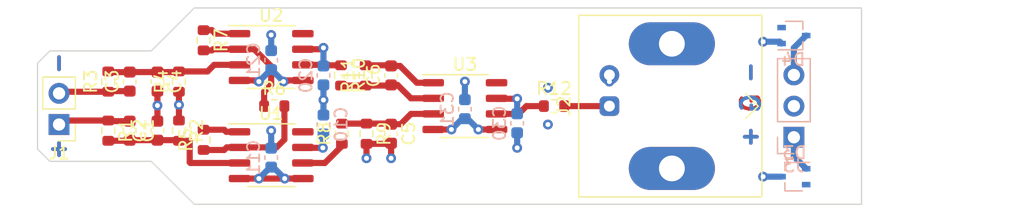
<source format=kicad_pcb>
(kicad_pcb (version 20211014) (generator pcbnew)
  (layers (0 "F.Cu" signal) (1 "In1.Cu" signal) (2 "In2.Cu" signal) (31 "B.Cu" signal) (34 "B.Paste" user) (35 "F.Paste" user) (36 "B.SilkS" user "B.Silkscreen") (37 "F.SilkS" user "F.Silkscreen") (38 "B.Mask" user) (39 "F.Mask" user) (44 "Edge.Cuts" user))
  (net 0 "")
  (net 1 "/IN_POS")
  (net 2 "/ATTEN_POS")
  (net 3 "GND")
  (net 4 "/IN_NEG")
  (net 5 "/ATTEN_NEG")
  (net 6 "VSS")
  (net 7 "VDD")
  (net 9 "/POS")
  (net 10 "/OUT")
  (net 11 "/FB_POS")
  (net 12 "Net-(R5-Pad2)")
  (net 13 "/FB_NEG")
  (net 14 "Net-(R7-Pad1)")
  (net 15 "/BUF_POS")
  (net 16 "/DIFF_POS")
  (net 17 "/BUF_NEG")
  (net 18 "/DIFF_NEG")
  (net 19 "/DIFF")
  (net 23 "/NEG")
  (net 25 "Net-(U3-Pad1)")
  (footprint "$MyFootprints:BNC_Molex_73100-0167_Horizontal" (layer "F.Cu") (at 79.5 50 -90)
    (fp_text reference "J2" (at 0 3.7 90) (layer "F.SilkS"))
    (fp_text value "73100-0167 (BNC)")
    (fp_line (start -7.4 -12.4) (end 7.4 -12.4) (layer "F.SilkS") (width 0.12))
    (fp_line (start 7.4 -12.4) (end 7.4 2.5) (layer "F.SilkS") (width 0.12))
    (fp_line (start 0 -12.1) (end 1 -11.1) (layer "F.SilkS") (width 0.12))
    (fp_line (start -7.4 2.5) (end -7.4 -12.4) (layer "F.SilkS") (width 0.12))
    (fp_line (start 7.4 2.5) (end -7.4 2.5) (layer "F.SilkS") (width 0.12))
    (fp_line (start 0 -12.1) (end -1 -11.1) (layer "F.SilkS") (width 0.12))
    (pad "" thru_hole oval (at 5.08 -5.08 270) (size 3.5 7) (drill 2.1) (layers *.Cu *.Mask))
    (pad "" thru_hole oval (at -5.08 -5.08 270) (size 3.5 7) (drill 2.1) (layers *.Cu *.Mask))
    (pad "1" thru_hole roundrect (at 0 0 270) (size 1.6 1.6) (drill 0.89) (layers *.Cu *.Mask) (net 10 "/OUT"))
    (pad "2" thru_hole circle (at -2.54 0 270) (size 1.6 1.6) (drill 0.89) (layers *.Cu *.Mask) (net 3 "GND"))
  )
  (footprint "Package_SO:SO-8_3.9x4.9mm_P1.27mm" (layer "F.Cu") (at 52 54)
    (fp_text reference "U1" (at 0 -3.4) (layer "F.SilkS"))
    (fp_text value "LTC6228xS8")
    (fp_line (start 0 -2.56) (end 1.95 -2.56) (layer "F.SilkS") (width 0.12))
    (fp_line (start 0 -2.56) (end -3.45 -2.56) (layer "F.SilkS") (width 0.12))
    (fp_line (start 0 2.56) (end -1.95 2.56) (layer "F.SilkS") (width 0.12))
    (fp_line (start 0 2.56) (end 1.95 2.56) (layer "F.SilkS") (width 0.12))
    (pad "1" smd roundrect (at -2.575 -1.905) (size 1.75 0.6) (layers "F.Cu" "F.Paste" "F.Mask") (net 12 "Net-(R5-Pad2)"))
    (pad "2" smd roundrect (at -2.575 -0.635) (size 1.75 0.6) (layers "F.Cu" "F.Paste" "F.Mask") (net 11 "/FB_POS"))
    (pad "3" smd roundrect (at -2.575 0.635) (size 1.75 0.6) (layers "F.Cu" "F.Paste" "F.Mask") (net 2 "/ATTEN_POS"))
    (pad "4" smd roundrect (at -2.575 1.905) (size 1.75 0.6) (layers "F.Cu" "F.Paste" "F.Mask") (net 6 "VSS"))
    (pad "5" smd roundrect (at 2.575 1.905) (size 1.75 0.6) (layers "F.Cu" "F.Paste" "F.Mask") (net 6 "VSS"))
    (pad "6" smd roundrect (at 2.575 0.635) (size 1.75 0.6) (layers "F.Cu" "F.Paste" "F.Mask") (net 15 "/BUF_POS"))
    (pad "7" smd roundrect (at 2.575 -0.635) (size 1.75 0.6) (layers "F.Cu" "F.Paste" "F.Mask") (net 7 "VDD"))
    (pad "8" smd roundrect (at 2.575 -1.905) (size 1.75 0.6) (layers "F.Cu" "F.Paste" "F.Mask"))
  )
  (footprint "Resistor_SMD:R_0603_1608Metric" (layer "F.Cu") (at 38.75 48 90)
    (fp_text reference "R3" (at 0 -1.43 90) (layer "F.SilkS"))
    (fp_text value "215K")
    (fp_line (start -0.237258 -0.5225) (end 0.237258 -0.5225) (layer "F.SilkS") (width 0.12))
    (fp_line (start -0.237258 0.5225) (end 0.237258 0.5225) (layer "F.SilkS") (width 0.12))
    (pad "1" smd roundrect (at -0.825 0 90) (size 0.8 0.95) (layers "F.Cu" "F.Paste" "F.Mask") (net 4 "/IN_NEG"))
    (pad "2" smd roundrect (at 0.825 0 90) (size 0.8 0.95) (layers "F.Cu" "F.Paste" "F.Mask") (net 5 "/ATTEN_NEG"))
  )
  (footprint "Capacitor_SMD:C_0603_1608Metric" (layer "F.Cu") (at 42.75 48 -90)
    (fp_text reference "C4" (at 0 -1.43 90) (layer "F.SilkS"))
    (fp_text value "100pF")
    (fp_line (start -0.14058 0.51) (end 0.14058 0.51) (layer "F.SilkS") (width 0.12))
    (fp_line (start -0.14058 -0.51) (end 0.14058 -0.51) (layer "F.SilkS") (width 0.12))
    (pad "1" smd roundrect (at -0.775 0 270) (size 0.9 0.95) (layers "F.Cu" "F.Paste" "F.Mask") (net 5 "/ATTEN_NEG"))
    (pad "2" smd roundrect (at 0.775 0 270) (size 0.9 0.95) (layers "F.Cu" "F.Paste" "F.Mask") (net 3 "GND"))
  )
  (footprint "Resistor_SMD:R_0603_1608Metric" (layer "F.Cu") (at 46.5 44.635 -90)
    (fp_text reference "R7" (at 0 -1.43 90) (layer "F.SilkS"))
    (fp_text value "500")
    (fp_line (start -0.237258 -0.5225) (end 0.237258 -0.5225) (layer "F.SilkS") (width 0.12))
    (fp_line (start -0.237258 0.5225) (end 0.237258 0.5225) (layer "F.SilkS") (width 0.12))
    (pad "1" smd roundrect (at -0.825 0 270) (size 0.8 0.95) (layers "F.Cu" "F.Paste" "F.Mask") (net 14 "Net-(R7-Pad1)"))
    (pad "2" smd roundrect (at 0.825 0 270) (size 0.8 0.95) (layers "F.Cu" "F.Paste" "F.Mask") (net 13 "/FB_NEG"))
  )
  (footprint "Capacitor_SMD:C_0603_1608Metric" (layer "F.Cu") (at 61.75 47.5 90)
    (fp_text reference "C6" (at 0 -1.43 90) (layer "F.SilkS"))
    (fp_text value "5.6pF")
    (fp_line (start -0.14058 0.51) (end 0.14058 0.51) (layer "F.SilkS") (width 0.12))
    (fp_line (start -0.14058 -0.51) (end 0.14058 -0.51) (layer "F.SilkS") (width 0.12))
    (pad "1" smd roundrect (at -0.775 0 90) (size 0.9 0.95) (layers "F.Cu" "F.Paste" "F.Mask") (net 18 "/DIFF_NEG"))
    (pad "2" smd roundrect (at 0.775 0 90) (size 0.9 0.95) (layers "F.Cu" "F.Paste" "F.Mask") (net 25 "Net-(U3-Pad1)"))
  )
  (footprint "Capacitor_SMD:C_0603_1608Metric" (layer "F.Cu") (at 40.5 52 -90)
    (fp_text reference "C1" (at 0 -1.43 90) (layer "F.SilkS"))
    (fp_text value "5.6pF")
    (fp_line (start -0.14058 -0.51) (end 0.14058 -0.51) (layer "F.SilkS") (width 0.12))
    (fp_line (start -0.14058 0.51) (end 0.14058 0.51) (layer "F.SilkS") (width 0.12))
    (pad "1" smd roundrect (at -0.775 0 270) (size 0.9 0.95) (layers "F.Cu" "F.Paste" "F.Mask") (net 1 "/IN_POS"))
    (pad "2" smd roundrect (at 0.775 0 270) (size 0.9 0.95) (layers "F.Cu" "F.Paste" "F.Mask") (net 2 "/ATTEN_POS"))
  )
  (footprint "Resistor_SMD:R_0603_1608Metric" (layer "F.Cu") (at 44.5 48 90)
    (fp_text reference "R4" (at 0 -1.43 90) (layer "F.SilkS"))
    (fp_text value "11.3K")
    (fp_line (start -0.237258 -0.5225) (end 0.237258 -0.5225) (layer "F.SilkS") (width 0.12))
    (fp_line (start -0.237258 0.5225) (end 0.237258 0.5225) (layer "F.SilkS") (width 0.12))
    (pad "1" smd roundrect (at -0.825 0 90) (size 0.8 0.95) (layers "F.Cu" "F.Paste" "F.Mask") (net 3 "GND"))
    (pad "2" smd roundrect (at 0.825 0 90) (size 0.8 0.95) (layers "F.Cu" "F.Paste" "F.Mask") (net 5 "/ATTEN_NEG"))
  )
  (footprint "Resistor_SMD:R_0603_1608Metric" (layer "F.Cu") (at 44.5 52 -90)
    (fp_text reference "R2" (at 0 -1.43 90) (layer "F.SilkS"))
    (fp_text value "11.3K")
    (fp_line (start -0.237258 0.5225) (end 0.237258 0.5225) (layer "F.SilkS") (width 0.12))
    (fp_line (start -0.237258 -0.5225) (end 0.237258 -0.5225) (layer "F.SilkS") (width 0.12))
    (pad "1" smd roundrect (at -0.825 0 270) (size 0.8 0.95) (layers "F.Cu" "F.Paste" "F.Mask") (net 3 "GND"))
    (pad "2" smd roundrect (at 0.825 0 270) (size 0.8 0.95) (layers "F.Cu" "F.Paste" "F.Mask") (net 2 "/ATTEN_POS"))
  )
  (footprint "Package_SO:SO-8_3.9x4.9mm_P1.27mm" (layer "F.Cu") (at 52 46)
    (fp_text reference "U2" (at 0 -3.4) (layer "F.SilkS"))
    (fp_text value "LTC6228xS8")
    (fp_line (start 0 2.56) (end -1.95 2.56) (layer "F.SilkS") (width 0.12))
    (fp_line (start 0 2.56) (end 1.95 2.56) (layer "F.SilkS") (width 0.12))
    (fp_line (start 0 -2.56) (end 1.95 -2.56) (layer "F.SilkS") (width 0.12))
    (fp_line (start 0 -2.56) (end -3.45 -2.56) (layer "F.SilkS") (width 0.12))
    (pad "1" smd roundrect (at -2.575 -1.905) (size 1.75 0.6) (layers "F.Cu" "F.Paste" "F.Mask") (net 14 "Net-(R7-Pad1)"))
    (pad "2" smd roundrect (at -2.575 -0.635) (size 1.75 0.6) (layers "F.Cu" "F.Paste" "F.Mask") (net 13 "/FB_NEG"))
    (pad "3" smd roundrect (at -2.575 0.635) (size 1.75 0.6) (layers "F.Cu" "F.Paste" "F.Mask") (net 5 "/ATTEN_NEG"))
    (pad "4" smd roundrect (at -2.575 1.905) (size 1.75 0.6) (layers "F.Cu" "F.Paste" "F.Mask") (net 6 "VSS"))
    (pad "5" smd roundrect (at 2.575 1.905) (size 1.75 0.6) (layers "F.Cu" "F.Paste" "F.Mask") (net 6 "VSS"))
    (pad "6" smd roundrect (at 2.575 0.635) (size 1.75 0.6) (layers "F.Cu" "F.Paste" "F.Mask") (net 17 "/BUF_NEG"))
    (pad "7" smd roundrect (at 2.575 -0.635) (size 1.75 0.6) (layers "F.Cu" "F.Paste" "F.Mask") (net 7 "VDD"))
    (pad "8" smd roundrect (at 2.575 -1.905) (size 1.75 0.6) (layers "F.Cu" "F.Paste" "F.Mask"))
  )
  (footprint "Capacitor_SMD:C_0603_1608Metric" (layer "F.Cu") (at 42.75 52 90)
    (fp_text reference "C2" (at 0 -1.43 90) (layer "F.SilkS"))
    (fp_text value "100pF")
    (fp_line (start -0.14058 0.51) (end 0.14058 0.51) (layer "F.SilkS") (width 0.12))
    (fp_line (start -0.14058 -0.51) (end 0.14058 -0.51) (layer "F.SilkS") (width 0.12))
    (pad "1" smd roundrect (at -0.775 0 90) (size 0.9 0.95) (layers "F.Cu" "F.Paste" "F.Mask") (net 2 "/ATTEN_POS"))
    (pad "2" smd roundrect (at 0.775 0 90) (size 0.9 0.95) (layers "F.Cu" "F.Paste" "F.Mask") (net 3 "GND"))
  )
  (footprint "Capacitor_SMD:C_0603_1608Metric" (layer "F.Cu") (at 61.75 52.25 -90)
    (fp_text reference "C5" (at 0 -1.43 90) (layer "F.SilkS"))
    (fp_text value "5.6pF")
    (fp_line (start -0.14058 -0.51) (end 0.14058 -0.51) (layer "F.SilkS") (width 0.12))
    (fp_line (start -0.14058 0.51) (end 0.14058 0.51) (layer "F.SilkS") (width 0.12))
    (pad "1" smd roundrect (at -0.775 0 270) (size 0.9 0.95) (layers "F.Cu" "F.Paste" "F.Mask") (net 16 "/DIFF_POS"))
    (pad "2" smd roundrect (at 0.775 0 270) (size 0.9 0.95) (layers "F.Cu" "F.Paste" "F.Mask") (net 3 "GND"))
  )
  (footprint "Resistor_SMD:R_0603_1608Metric" (layer "F.Cu") (at 59.75 52.25 -90)
    (fp_text reference "R9" (at 0 -1.43 90) (layer "F.SilkS"))
    (fp_text value "500")
    (fp_line (start -0.237258 0.5225) (end 0.237258 0.5225) (layer "F.SilkS") (width 0.12))
    (fp_line (start -0.237258 -0.5225) (end 0.237258 -0.5225) (layer "F.SilkS") (width 0.12))
    (pad "1" smd roundrect (at -0.825 0 270) (size 0.8 0.95) (layers "F.Cu" "F.Paste" "F.Mask") (net 16 "/DIFF_POS"))
    (pad "2" smd roundrect (at 0.825 0 270) (size 0.8 0.95) (layers "F.Cu" "F.Paste" "F.Mask") (net 3 "GND"))
  )
  (footprint "Resistor_SMD:R_0603_1608Metric" (layer "F.Cu") (at 38.75 52 -90)
    (fp_text reference "R1" (at 0 -1.43 90) (layer "F.SilkS"))
    (fp_text value "215K")
    (fp_line (start -0.237258 -0.5225) (end 0.237258 -0.5225) (layer "F.SilkS") (width 0.12))
    (fp_line (start -0.237258 0.5225) (end 0.237258 0.5225) (layer "F.SilkS") (width 0.12))
    (pad "1" smd roundrect (at -0.825 0 270) (size 0.8 0.95) (layers "F.Cu" "F.Paste" "F.Mask") (net 1 "/IN_POS"))
    (pad "2" smd roundrect (at 0.825 0 270) (size 0.8 0.95) (layers "F.Cu" "F.Paste" "F.Mask") (net 2 "/ATTEN_POS"))
  )
  (footprint "Resistor_SMD:R_0603_1608Metric" (layer "F.Cu") (at 59.675 47.5 90)
    (fp_text reference "R11" (at 0 -1.43 90) (layer "F.SilkS"))
    (fp_text value "500")
    (fp_line (start -0.237258 0.5225) (end 0.237258 0.5225) (layer "F.SilkS") (width 0.12))
    (fp_line (start -0.237258 -0.5225) (end 0.237258 -0.5225) (layer "F.SilkS") (width 0.12))
    (pad "1" smd roundrect (at -0.825 0 90) (size 0.8 0.95) (layers "F.Cu" "F.Paste" "F.Mask") (net 18 "/DIFF_NEG"))
    (pad "2" smd roundrect (at 0.825 0 90) (size 0.8 0.95) (layers "F.Cu" "F.Paste" "F.Mask") (net 25 "Net-(U3-Pad1)"))
  )
  (footprint "Connector_PinHeader_2.54mm:PinHeader_1x02_P2.54mm_Vertical" (layer "F.Cu") (at 34.75 51.5 180)
    (fp_text reference "J1" (at 0 -2.33) (layer "F.SilkS"))
    (fp_text value "Conn_01x02")
    (fp_line (start -1.33 1.27) (end -1.33 3.87) (layer "F.SilkS") (width 0.12))
    (fp_line (start -1.33 1.27) (end 1.33 1.27) (layer "F.SilkS") (width 0.12))
    (fp_line (start -1.33 -1.33) (end 0 -1.33) (layer "F.SilkS") (width 0.12))
    (fp_line (start -1.33 0) (end -1.33 -1.33) (layer "F.SilkS") (width 0.12))
    (fp_line (start -1.33 3.87) (end 1.33 3.87) (layer "F.SilkS") (width 0.12))
    (fp_line (start 1.33 1.27) (end 1.33 3.87) (layer "F.SilkS") (width 0.12))
    (pad "1" thru_hole rect (at 0 0 180) (size 1.7 1.7) (drill 1) (layers *.Cu *.Mask) (net 1 "/IN_POS"))
    (pad "2" thru_hole oval (at 0 2.54 180) (size 1.7 1.7) (drill 1) (layers *.Cu *.Mask) (net 4 "/IN_NEG"))
  )
  (footprint "Resistor_SMD:R_0603_1608Metric" (layer "F.Cu") (at 57.75 52.25 90)
    (fp_text reference "R8" (at 0 -1.43 90) (layer "F.SilkS"))
    (fp_text value "500")
    (fp_line (start -0.237258 -0.5225) (end 0.237258 -0.5225) (layer "F.SilkS") (width 0.12))
    (fp_line (start -0.237258 0.5225) (end 0.237258 0.5225) (layer "F.SilkS") (width 0.12))
    (pad "1" smd roundrect (at -0.825 0 90) (size 0.8 0.95) (layers "F.Cu" "F.Paste" "F.Mask") (net 15 "/BUF_POS"))
    (pad "2" smd roundrect (at 0.825 0 90) (size 0.8 0.95) (layers "F.Cu" "F.Paste" "F.Mask") (net 16 "/DIFF_POS"))
  )
  (footprint "Resistor_SMD:R_0603_1608Metric" (layer "F.Cu") (at 75 50)
    (fp_text reference "R12" (at 0 -1.43) (layer "F.SilkS"))
    (fp_text value "50")
    (fp_line (start -0.237258 0.5225) (end 0.237258 0.5225) (layer "F.SilkS") (width 0.12))
    (fp_line (start -0.237258 -0.5225) (end 0.237258 -0.5225) (layer "F.SilkS") (width 0.12))
    (pad "1" smd roundrect (at -0.825 0) (size 0.8 0.95) (layers "F.Cu" "F.Paste" "F.Mask") (net 19 "/DIFF"))
    (pad "2" smd roundrect (at 0.825 0) (size 0.8 0.95) (layers "F.Cu" "F.Paste" "F.Mask") (net 10 "/OUT"))
  )
  (footprint "Capacitor_SMD:C_0603_1608Metric" (layer "F.Cu") (at 40.5 48 90)
    (fp_text reference "C3" (at 0 -1.43 90) (layer "F.SilkS"))
    (fp_text value "5.6pF")
    (fp_line (start -0.14058 0.51) (end 0.14058 0.51) (layer "F.SilkS") (width 0.12))
    (fp_line (start -0.14058 -0.51) (end 0.14058 -0.51) (layer "F.SilkS") (width 0.12))
    (pad "1" smd roundrect (at -0.775 0 90) (size 0.9 0.95) (layers "F.Cu" "F.Paste" "F.Mask") (net 4 "/IN_NEG"))
    (pad "2" smd roundrect (at 0.775 0 90) (size 0.9 0.95) (layers "F.Cu" "F.Paste" "F.Mask") (net 5 "/ATTEN_NEG"))
  )
  (footprint "Resistor_SMD:R_0603_1608Metric" (layer "F.Cu") (at 52.25 50)
    (fp_text reference "R6" (at 0 -1.43) (layer "F.SilkS"))
    (fp_text value "1K")
    (fp_line (start -0.237258 -0.5225) (end 0.237258 -0.5225) (layer "F.SilkS") (width 0.12))
    (fp_line (start -0.237258 0.5225) (end 0.237258 0.5225) (layer "F.SilkS") (width 0.12))
    (pad "1" smd roundrect (at -0.825 0) (size 0.8 0.95) (layers "F.Cu" "F.Paste" "F.Mask") (net 13 "/FB_NEG"))
    (pad "2" smd roundrect (at 0.825 0) (size 0.8 0.95) (layers "F.Cu" "F.Paste" "F.Mask") (net 11 "/FB_POS"))
  )
  (footprint "Resistor_SMD:R_0603_1608Metric" (layer "F.Cu") (at 57.675 47.5 -90)
    (fp_text reference "R10" (at 0 -1.43 90) (layer "F.SilkS"))
    (fp_text value "500")
    (fp_line (start -0.237258 0.5225) (end 0.237258 0.5225) (layer "F.SilkS") (width 0.12))
    (fp_line (start -0.237258 -0.5225) (end 0.237258 -0.5225) (layer "F.SilkS") (width 0.12))
    (pad "1" smd roundrect (at -0.825 0 270) (size 0.8 0.95) (layers "F.Cu" "F.Paste" "F.Mask") (net 17 "/BUF_NEG"))
    (pad "2" smd roundrect (at 0.825 0 270) (size 0.8 0.95) (layers "F.Cu" "F.Paste" "F.Mask") (net 18 "/DIFF_NEG"))
  )
  (footprint "Resistor_SMD:R_0603_1608Metric" (layer "F.Cu") (at 46.5 52.75 90)
    (fp_text reference "R5" (at 0 -1.43 90) (layer "F.SilkS"))
    (fp_text value "500")
    (fp_line (start -0.237258 -0.5225) (end 0.237258 -0.5225) (layer "F.SilkS") (width 0.12))
    (fp_line (start -0.237258 0.5225) (end 0.237258 0.5225) (layer "F.SilkS") (width 0.12))
    (pad "1" smd roundrect (at -0.825 0 90) (size 0.8 0.95) (layers "F.Cu" "F.Paste" "F.Mask") (net 11 "/FB_POS"))
    (pad "2" smd roundrect (at 0.825 0 90) (size 0.8 0.95) (layers "F.Cu" "F.Paste" "F.Mask") (net 12 "Net-(R5-Pad2)"))
  )
  (footprint "Package_SO:SO-8_3.9x4.9mm_P1.27mm" (layer "F.Cu") (at 67.75 50)
    (fp_text reference "U3" (at 0 -3.4) (layer "F.SilkS"))
    (fp_text value "LTC6228xS8")
    (fp_line (start 0 2.56) (end -1.95 2.56) (layer "F.SilkS") (width 0.12))
    (fp_line (start 0 -2.56) (end -3.45 -2.56) (layer "F.SilkS") (width 0.12))
    (fp_line (start 0 -2.56) (end 1.95 -2.56) (layer "F.SilkS") (width 0.12))
    (fp_line (start 0 2.56) (end 1.95 2.56) (layer "F.SilkS") (width 0.12))
    (pad "1" smd roundrect (at -2.575 -1.905) (size 1.75 0.6) (layers "F.Cu" "F.Paste" "F.Mask") (net 25 "Net-(U3-Pad1)"))
    (pad "2" smd roundrect (at -2.575 -0.635) (size 1.75 0.6) (layers "F.Cu" "F.Paste" "F.Mask") (net 18 "/DIFF_NEG"))
    (pad "3" smd roundrect (at -2.575 0.635) (size 1.75 0.6) (layers "F.Cu" "F.Paste" "F.Mask") (net 16 "/DIFF_POS"))
    (pad "4" smd roundrect (at -2.575 1.905) (size 1.75 0.6) (layers "F.Cu" "F.Paste" "F.Mask") (net 6 "VSS"))
    (pad "5" smd roundrect (at 2.575 1.905) (size 1.75 0.6) (layers "F.Cu" "F.Paste" "F.Mask") (net 6 "VSS"))
    (pad "6" smd roundrect (at 2.575 0.635) (size 1.75 0.6) (layers "F.Cu" "F.Paste" "F.Mask") (net 19 "/DIFF"))
    (pad "7" smd roundrect (at 2.575 -0.635) (size 1.75 0.6) (layers "F.Cu" "F.Paste" "F.Mask") (net 7 "VDD"))
    (pad "8" smd roundrect (at 2.575 -1.905) (size 1.75 0.6) (layers "F.Cu" "F.Paste" "F.Mask"))
  )
  (footprint "Package_TO_SOT_SMD:SOT-323_SC-70" (layer "B.Cu") (at 94.5 44.25)
    (fp_text reference "D4" (at -0.05 1.95) (layer "B.SilkS") (effects (justify mirror)))
    (fp_text value "BAT54W")
    (fp_line (start 0.73 1.16) (end 0.73 0.5) (layer "B.SilkS") (width 0.12))
    (fp_line (start 0.73 -0.5) (end 0.73 -1.16) (layer "B.SilkS") (width 0.12))
    (fp_line (start 0.73 1.16) (end -1.3 1.16) (layer "B.SilkS") (width 0.12))
    (fp_line (start -0.68 -1.16) (end 0.73 -1.16) (layer "B.SilkS") (width 0.12))
    (pad "1" smd rect (at -1 0.65 90) (size 0.45 0.7) (layers "B.Cu" "B.Paste" "B.Mask") (net 6 "VSS"))
    (pad "2" smd rect (at -1 -0.65 90) (size 0.45 0.7) (layers "B.Cu" "B.Paste" "B.Mask"))
    (pad "3" smd rect (at 1 0 90) (size 0.45 0.7) (layers "B.Cu" "B.Paste" "B.Mask") (net 23 "/NEG"))
  )
  (footprint "Capacitor_SMD:C_0603_1608Metric" (layer "B.Cu") (at 52 46.25 -90)
    (fp_text reference "C21" (at 0 1.43 90) (layer "B.SilkS") (effects (justify mirror)))
    (fp_text value "1uF")
    (fp_line (start -0.14058 0.51) (end 0.14058 0.51) (layer "B.SilkS") (width 0.12))
    (fp_line (start -0.14058 -0.51) (end 0.14058 -0.51) (layer "B.SilkS") (width 0.12))
    (pad "1" smd roundrect (at -0.775 0 270) (size 0.9 0.95) (layers "B.Cu" "B.Paste" "B.Mask") (net 3 "GND"))
    (pad "2" smd roundrect (at 0.775 0 270) (size 0.9 0.95) (layers "B.Cu" "B.Paste" "B.Mask") (net 6 "VSS"))
  )
  (footprint "Package_TO_SOT_SMD:SOT-323_SC-70" (layer "B.Cu") (at 94.5 55.75 180)
    (fp_text reference "D3" (at -0.05 1.95) (layer "B.SilkS") (effects (justify mirror)))
    (fp_text value "BAT54W")
    (fp_line (start -0.68 -1.16) (end 0.73 -1.16) (layer "B.SilkS") (width 0.12))
    (fp_line (start 0.73 1.16) (end 0.73 0.5) (layer "B.SilkS") (width 0.12))
    (fp_line (start 0.73 1.16) (end -1.3 1.16) (layer "B.SilkS") (width 0.12))
    (fp_line (start 0.73 -0.5) (end 0.73 -1.16) (layer "B.SilkS") (width 0.12))
    (pad "1" smd rect (at -1 0.65 270) (size 0.45 0.7) (layers "B.Cu" "B.Paste" "B.Mask") (net 9 "/POS"))
    (pad "2" smd rect (at -1 -0.65 270) (size 0.45 0.7) (layers "B.Cu" "B.Paste" "B.Mask"))
    (pad "3" smd rect (at 1 0 270) (size 0.45 0.7) (layers "B.Cu" "B.Paste" "B.Mask") (net 7 "VDD"))
  )
  (footprint "Connector_PinHeader_2.54mm:PinHeader_1x03_P2.54mm_Vertical" (layer "B.Cu") (at 94.5 52.54)
    (fp_text reference "J3" (at 0 2.33) (layer "B.SilkS") (effects (justify mirror)))
    (fp_text value "Conn_01x03")
    (fp_line (start -1.33 -1.27) (end -1.33 -6.41) (layer "B.SilkS") (width 0.12))
    (fp_line (start -1.33 1.33) (end 0 1.33) (layer "B.SilkS") (width 0.12))
    (fp_line (start 1.33 -1.27) (end 1.33 -6.41) (layer "B.SilkS") (width 0.12))
    (fp_line (start -1.33 -6.41) (end 1.33 -6.41) (layer "B.SilkS") (width 0.12))
    (fp_line (start -1.33 -1.27) (end 1.33 -1.27) (layer "B.SilkS") (width 0.12))
    (fp_line (start -1.33 0) (end -1.33 1.33) (layer "B.SilkS") (width 0.12))
    (pad "1" thru_hole rect (at 0 0) (size 1.7 1.7) (drill 1) (layers *.Cu *.Mask) (net 9 "/POS"))
    (pad "2" thru_hole oval (at 0 -2.54 315) (size 1.7 1.7) (drill 1) (layers *.Cu *.Mask) (net 3 "GND"))
    (pad "3" thru_hole oval (at 0 -5.08) (size 1.7 1.7) (drill 1) (layers *.Cu *.Mask) (net 23 "/NEG"))
  )
  (footprint "Capacitor_SMD:C_0603_1608Metric" (layer "B.Cu") (at 56.25 51.5 90)
    (fp_text reference "C10" (at 0 1.43 90) (layer "B.SilkS") (effects (justify mirror)))
    (fp_text value "1uF")
    (fp_line (start -0.14058 0.51) (end 0.14058 0.51) (layer "B.SilkS") (width 0.12))
    (fp_line (start -0.14058 -0.51) (end 0.14058 -0.51) (layer "B.SilkS") (width 0.12))
    (pad "1" smd roundrect (at -0.775 0 90) (size 0.9 0.95) (layers "B.Cu" "B.Paste" "B.Mask") (net 7 "VDD"))
    (pad "2" smd roundrect (at 0.775 0 90) (size 0.9 0.95) (layers "B.Cu" "B.Paste" "B.Mask") (net 3 "GND"))
  )
  (footprint "Capacitor_SMD:C_0603_1608Metric" (layer "B.Cu") (at 52 54.2 -90)
    (fp_text reference "C11" (at 0 1.43 90) (layer "B.SilkS") (effects (justify mirror)))
    (fp_text value "1uF")
    (fp_line (start -0.14058 -0.51) (end 0.14058 -0.51) (layer "B.SilkS") (width 0.12))
    (fp_line (start -0.14058 0.51) (end 0.14058 0.51) (layer "B.SilkS") (width 0.12))
    (pad "1" smd roundrect (at -0.775 0 270) (size 0.9 0.95) (layers "B.Cu" "B.Paste" "B.Mask") (net 3 "GND"))
    (pad "2" smd roundrect (at 0.775 0 270) (size 0.9 0.95) (layers "B.Cu" "B.Paste" "B.Mask") (net 6 "VSS"))
  )
  (footprint "Capacitor_SMD:C_0603_1608Metric" (layer "B.Cu") (at 72 51.4 -90)
    (fp_text reference "C30" (at 0 1.43 90) (layer "B.SilkS") (effects (justify mirror)))
    (fp_text value "1uF")
    (fp_line (start -0.14058 0.51) (end 0.14058 0.51) (layer "B.SilkS") (width 0.12))
    (fp_line (start -0.14058 -0.51) (end 0.14058 -0.51) (layer "B.SilkS") (width 0.12))
    (pad "1" smd roundrect (at -0.775 0 270) (size 0.9 0.95) (layers "B.Cu" "B.Paste" "B.Mask") (net 7 "VDD"))
    (pad "2" smd roundrect (at 0.775 0 270) (size 0.9 0.95) (layers "B.Cu" "B.Paste" "B.Mask") (net 3 "GND"))
  )
  (footprint "Capacitor_SMD:C_0603_1608Metric" (layer "B.Cu") (at 67.75 50.25 -90)
    (fp_text reference "C31" (at 0 1.43 90) (layer "B.SilkS") (effects (justify mirror)))
    (fp_text value "1uF")
    (fp_line (start -0.14058 0.51) (end 0.14058 0.51) (layer "B.SilkS") (width 0.12))
    (fp_line (start -0.14058 -0.51) (end 0.14058 -0.51) (layer "B.SilkS") (width 0.12))
    (pad "1" smd roundrect (at -0.775 0 270) (size 0.9 0.95) (layers "B.Cu" "B.Paste" "B.Mask") (net 3 "GND"))
    (pad "2" smd roundrect (at 0.775 0 270) (size 0.9 0.95) (layers "B.Cu" "B.Paste" "B.Mask") (net 6 "VSS"))
  )
  (footprint "Capacitor_SMD:C_0603_1608Metric" (layer "B.Cu") (at 56.25 47.5 -90)
    (fp_text reference "C20" (at 0 1.43 90) (layer "B.SilkS") (effects (justify mirror)))
    (fp_text value "1uF")
    (fp_line (start -0.14058 0.51) (end 0.14058 0.51) (layer "B.SilkS") (width 0.12))
    (fp_line (start -0.14058 -0.51) (end 0.14058 -0.51) (layer "B.SilkS") (width 0.12))
    (pad "1" smd roundrect (at -0.775 0 270) (size 0.9 0.95) (layers "B.Cu" "B.Paste" "B.Mask") (net 7 "VDD"))
    (pad "2" smd roundrect (at 0.775 0 270) (size 0.9 0.95) (layers "B.Cu" "B.Paste" "B.Mask") (net 3 "GND"))
  )
  (gr_line (start 35.25 53.5) (end 34.25 53.5) (layer "F.Cu") (width 0.3))
  (gr_line (start 91.5 52.5) (end 90.5 52.5) (layer "F.Cu") (width 0.3))
  (gr_line (start 91 46.75) (end 91 47.75) (layer "F.Cu") (width 0.3))
  (gr_line (start 34.75 53) (end 34.75 54) (layer "F.Cu") (width 0.3))
  (gr_line (start 34.75 46) (end 34.75 47) (layer "F.Cu") (width 0.3))
  (gr_line (start 91 52) (end 91 53) (layer "F.Cu") (width 0.3))
  (gr_line (start 34.75 46) (end 34.75 47) (layer "B.Cu") (width 0.3))
  (gr_line (start 91 52) (end 91 53) (layer "B.Cu") (width 0.3))
  (gr_line (start 91.5 52.5) (end 90.5 52.5) (layer "B.Cu") (width 0.3))
  (gr_line (start 35.25 53.5) (end 34.25 53.5) (layer "B.Cu") (width 0.3))
  (gr_line (start 91 46.75) (end 91 47.75) (layer "B.Cu") (width 0.3))
  (gr_line (start 34.75 53) (end 34.75 54) (layer "B.Cu") (width 0.3))
  (gr_poly locked (pts (xy 100 58) (xy 45.75 58) (xy 42.25 54.5) (xy 34 54.5) (xy 33 53.5) (xy 33 46.5) (xy 34 45.5) (xy 42.25 45.5) (xy 45.75 42) (xy 100 42)) (layer "Edge.Cuts") (width 0.1) (fill none))
  (gr_text "G" (at 91 49.75 90) (layer "F.Cu") (effects (font (size 1.5 1.5) (thickness 0.3))))
  (gr_text "G" (at 91 49.75 90) (layer "B.Cu") (effects (font (size 1.5 1.5) (thickness 0.3)) (justify mirror)))
  (segment (start 38.75 51.175) (end 35.05 51.175) (width 0.5) (layer "F.Cu") (net 1))
  (segment (start 38.8 51.225) (end 38.75 51.175) (width 0.5) (layer "F.Cu") (net 1))
  (segment (start 40.5 51.225) (end 38.8 51.225) (width 0.5) (layer "F.Cu") (net 1))
  (segment (start 35.05 51.175) (end 34.725 51.5) (width 0.5) (layer "F.Cu") (net 1))
  (segment (start 44.45 52.775) (end 44.5 52.825) (width 0.5) (layer "F.Cu") (net 2))
  (segment (start 45.435 54.635) (end 49.425 54.635) (width 0.5) (layer "F.Cu") (net 2))
  (segment (start 40.5 52.775) (end 44.45 52.775) (width 0.5) (layer "F.Cu") (net 2))
  (segment (start 44.5 52.825) (end 45.375 52.825) (width 0.5) (layer "F.Cu") (net 2))
  (segment (start 45.375 54.575) (end 45.435 54.635) (width 0.5) (layer "F.Cu") (net 2))
  (segment (start 40.45 52.825) (end 40.5 52.775) (width 0.5) (layer "F.Cu") (net 2))
  (segment (start 45.375 52.825) (end 45.375 54.575) (width 0.5) (layer "F.Cu") (net 2))
  (segment (start 38.75 52.825) (end 40.45 52.825) (width 0.5) (layer "F.Cu") (net 2))
  (segment (start 61.75 53.025) (end 61.75 54.25) (width 0.5) (layer "F.Cu") (net 3))
  (segment (start 44.5 48.825) (end 44.5 49.9) (width 0.5) (layer "F.Cu") (net 3))
  (segment (start 61.7 53.075) (end 61.75 53.025) (width 0.5) (layer "F.Cu") (net 3))
  (segment (start 59.675 53.075) (end 61.7 53.075) (width 0.5) (layer "F.Cu") (net 3))
  (segment (start 42.75 48.775) (end 42.75 49.95) (width 0.5) (layer "F.Cu") (net 3))
  (segment (start 44.45 48.775) (end 44.5 48.825) (width 0.5) (layer "F.Cu") (net 3))
  (segment (start 59.75 53.075) (end 59.75 54.25) (width 0.5) (layer "F.Cu") (net 3))
  (segment (start 42.75 51.225) (end 42.75 50.05) (width 0.5) (layer "F.Cu") (net 3))
  (segment (start 44.5 51.175) (end 44.5 50.1) (width 0.5) (layer "F.Cu") (net 3))
  (via (at 72 53.4) (size 0.8) (drill 0.4) (layers "F.Cu" "B.Cu") (net 3))
  (via (at 42.75 49.95) (size 0.8) (drill 0.4) (layers "F.Cu" "B.Cu") (net 3))
  (via (at 79.5 48) (size 0.8) (drill 0.4) (layers "F.Cu" "B.Cu") (net 3))
  (via (at 52 52) (size 0.8) (drill 0.4) (layers "F.Cu" "B.Cu") (net 3))
  (via (at 56.25 49.5) (size 0.8) (drill 0.4) (layers "F.Cu" "B.Cu") (net 3))
  (via (at 74.5 48.5) (size 0.8) (drill 0.4) (layers "F.Cu" "B.Cu") (net 3))
  (via (at 59.75 54.25) (size 0.8) (drill 0.4) (layers "F.Cu" "B.Cu") (net 3))
  (via (at 61.75 54.25) (size 0.8) (drill 0.4) (layers "F.Cu" "B.Cu") (net 3))
  (via (at 67.75 48) (size 0.8) (drill 0.4) (layers "F.Cu" "B.Cu") (net 3))
  (via (at 52 44.2) (size 0.8) (drill 0.4) (layers "F.Cu" "B.Cu") (net 3))
  (via (at 44.5 49.9) (size 0.8) (drill 0.4) (layers "F.Cu" "B.Cu") (net 3))
  (via (at 74.5 51.5) (size 0.8) (drill 0.4) (layers "F.Cu" "B.Cu") (net 3))
  (segment (start 72 52.175) (end 72 53.4) (width 0.5) (layer "B.Cu") (net 3))
  (segment (start 52 53.425) (end 52 52) (width 0.5) (layer "B.Cu") (net 3))
  (segment (start 52 45.475) (end 52 44.2) (width 0.5) (layer "B.Cu") (net 3))
  (segment (start 67.75 49) (end 67.75 48) (width 0.5) (layer "B.Cu") (net 3))
  (segment (start 56.25 50.725) (end 56.25 49.5) (width 0.5) (layer "B.Cu") (net 3))
  (segment (start 56.25 48.275) (end 56.25 49.5) (width 0.5) (layer "B.Cu") (net 3))
  (segment (start 34.855 48.83) (end 34.725 48.96) (width 0.5) (layer "F.Cu") (net 4))
  (segment (start 38.755 48.78) (end 38.705 48.83) (width 0.5) (layer "F.Cu") (net 4))
  (segment (start 38.705 48.83) (end 34.855 48.83) (width 0.5) (layer "F.Cu") (net 4))
  (segment (start 40.455 48.78) (end 38.755 48.78) (width 0.5) (layer "F.Cu") (net 4))
  (segment (start 47.365 46.635) (end 49.425 46.635) (width 0.5) (layer "F.Cu") (net 5))
  (segment (start 38.755 47.23) (end 38.705 47.18) (width 0.5) (layer "F.Cu") (net 5))
  (segment (start 44.45 47.225) (end 44.5 47.175) (width 0.5) (layer "F.Cu") (net 5))
  (segment (start 40.5 47.225) (end 44.45 47.225) (width 0.5) (layer "F.Cu") (net 5))
  (segment (start 40.455 47.23) (end 38.755 47.23) (width 0.5) (layer "F.Cu") (net 5))
  (segment (start 40.455 47.23) (end 40.705 47.23) (width 0.5) (layer "F.Cu") (net 5))
  (segment (start 44.5 47.175) (end 46.825 47.175) (width 0.5) (layer "F.Cu") (net 5))
  (segment (start 46.825 47.175) (end 47.365 46.635) (width 0.5) (layer "F.Cu") (net 5))
  (segment (start 49.425 55.905) (end 51 55.905) (width 0.5) (layer "F.Cu") (net 6))
  (segment (start 65.175 51.905) (end 66.655 51.905) (width 0.5) (layer "F.Cu") (net 6))
  (segment (start 66.655 51.905) (end 66.75 52) (width 0.5) (layer "F.Cu") (net 6))
  (segment (start 51 55.905) (end 53.095 55.905) (width 0.5) (layer "F.Cu") (net 6))
  (segment (start 68.845 51.905) (end 68.75 52) (width 0.5) (layer "F.Cu") (net 6))
  (segment (start 53.095 55.905) (end 54.575 55.905) (width 0.5) (layer "F.Cu") (net 6))
  (segment (start 70.325 51.905) (end 68.845 51.905) (width 0.5) (layer "F.Cu") (net 6))
  (segment (start 50.75 48) (end 50.655 47.905) (width 0.5) (layer "F.Cu") (net 6))
  (segment (start 54.575 47.905) (end 53.345 47.905) (width 0.5) (layer "F.Cu") (net 6))
  (segment (start 53.345 47.905) (end 53.25 48) (width 0.5) (layer "F.Cu") (net 6))
  (segment (start 50.655 47.905) (end 49.425 47.905) (width 0.5) (layer "F.Cu") (net 6))
  (via (at 51 55.905) (size 0.8) (drill 0.4) (layers "F.Cu" "B.Cu") (net 6))
  (via (at 53 48) (size 0.8) (drill 0.4) (layers "F.Cu" "B.Cu") (net 6))
  (via (at 92 44.75) (size 0.8) (drill 0.4) (layers "F.Cu" "B.Cu") (net 6))
  (via (at 51 48) (size 0.8) (drill 0.4) (layers "F.Cu" "B.Cu") (net 6))
  (via (at 68.845 51.905) (size 0.8) (drill 0.4) (layers "F.Cu" "B.Cu") (net 6))
  (via (at 53.095 55.905) (size 0.8) (drill 0.4) (layers "F.Cu" "B.Cu") (net 6))
  (via (at 66.655 51.905) (size 0.8) (drill 0.4) (layers "F.Cu" "B.Cu") (net 6))
  (segment (start 52 54.975) (end 52.165 54.975) (width 0.5) (layer "B.Cu") (net 6))
  (segment (start 52.025 47.025) (end 53 48) (width 0.5) (layer "B.Cu") (net 6))
  (segment (start 51.975 47.025) (end 51 48) (width 0.5) (layer "B.Cu") (net 6))
  (segment (start 67.75 51.025) (end 67.535 51.025) (width 0.5) (layer "B.Cu") (net 6))
  (segment (start 67.535 51.025) (end 66.655 51.905) (width 0.5) (layer "B.Cu") (net 6))
  (segment (start 92 44.75) (end 93.35 44.75) (width 0.5) (layer "B.Cu") (net 6))
  (segment (start 52 47.025) (end 51.975 47.025) (width 0.5) (layer "B.Cu") (net 6))
  (segment (start 67.965 51.025) (end 68.845 51.905) (width 0.5) (layer "B.Cu") (net 6))
  (segment (start 93.35 44.75) (end 93.5 44.9) (width 0.5) (layer "B.Cu") (net 6))
  (segment (start 67.75 51.025) (end 67.965 51.025) (width 0.5) (layer "B.Cu") (net 6))
  (segment (start 52.165 54.975) (end 53.095 55.905) (width 0.5) (layer "B.Cu") (net 6))
  (segment (start 51.93 54.975) (end 51 55.905) (width 0.5) (layer "B.Cu") (net 6))
  (segment (start 52 54.975) (end 51.93 54.975) (width 0.5) (layer "B.Cu") (net 6))
  (segment (start 52 47.025) (end 52.025 47.025) (width 0.5) (layer "B.Cu") (net 6))
  (segment (start 72 49.4) (end 70.36 49.4) (width 0.5) (layer "F.Cu") (net 7))
  (segment (start 56.2 53.4) (end 54.61 53.4) (width 0.5) (layer "F.Cu") (net 7))
  (segment (start 70.36 49.4) (end 70.325 49.365) (width 0.5) (layer "F.Cu") (net 7))
  (segment (start 56.25 45.4) (end 56.215 45.365) (width 0.5) (layer "F.Cu") (net 7))
  (segment (start 56.135 45.365) (end 56.25 45.25) (width 0.5) (layer "F.Cu") (net 7))
  (segment (start 54.575 45.365) (end 56.135 45.365) (width 0.5) (layer "F.Cu") (net 7))
  (segment (start 54.61 53.4) (end 54.575 53.365) (width 0.5) (layer "F.Cu") (net 7))
  (via (at 92 55.75) (size 0.8) (drill 0.4) (layers "F.Cu" "B.Cu") (net 7))
  (via (at 56.2 53.4) (size 0.8) (drill 0.4) (layers "F.Cu" "B.Cu") (net 7))
  (via (at 72 49.4) (size 0.8) (drill 0.4) (layers "F.Cu" "B.Cu") (net 7))
  (via (at 56.25 45.25) (size 0.8) (drill 0.4) (layers "F.Cu" "B.Cu") (net 7))
  (segment (start 56.2 52.175) (end 56.2 53.4) (width 0.5) (layer "B.Cu") (net 7))
  (segment (start 93.5 55.75) (end 92 55.75) (width 0.5) (layer "B.Cu") (net 7))
  (segment (start 56.2 45.45) (end 56.25 45.4) (width 0.5) (layer "B.Cu") (net 7))
  (segment (start 56.25 46.725) (end 56.25 45.25) (width 0.5) (layer "B.Cu") (net 7))
  (segment (start 72 50.625) (end 72 49.4) (width 0.5) (layer "B.Cu") (net 7))
  (segment (start 94.5 52.54) (end 94.5 54.1) (width 0.5) (layer "B.Cu") (net 9))
  (segment (start 94.5 54.1) (end 95.5 55.1) (width 0.5) (layer "B.Cu") (net 9))
  (segment (start 75.825 50) (end 79.5 50) (width 0.5) (layer "F.Cu") (net 10))
  (segment (start 48.175 53.575) (end 46.5 53.575) (width 0.5) (layer "F.Cu") (net 11))
  (segment (start 48.385 53.365) (end 48.175 53.575) (width 0.5) (layer "F.Cu") (net 11))
  (segment (start 52.435 53.365) (end 53.075 52.725) (width 0.5) (layer "F.Cu") (net 11))
  (segment (start 49.425 53.365) (end 48.385 53.365) (width 0.5) (layer "F.Cu") (net 11))
  (segment (start 49.425 53.365) (end 52.435 53.365) (width 0.5) (layer "F.Cu") (net 11))
  (segment (start 53.075 52.725) (end 53.075 50) (width 0.5) (layer "F.Cu") (net 11))
  (segment (start 48.345 52.095) (end 48.175 51.925) (width 0.5) (layer "F.Cu") (net 12))
  (segment (start 49.425 52.095) (end 48.345 52.095) (width 0.5) (layer "F.Cu") (net 12))
  (segment (start 48.175 51.925) (end 46.5 51.925) (width 0.5) (layer "F.Cu") (net 12))
  (segment (start 52 48.25) (end 51.425 48.825) (width 0.5) (layer "F.Cu") (net 13))
  (segment (start 52 46.75) (end 52 48.25) (width 0.5) (layer "F.Cu") (net 13))
  (segment (start 47.27 45.365) (end 49.425 45.365) (width 0.5) (layer "F.Cu") (net 13))
  (segment (start 46.5 45.46) (end 47.175 45.46) (width 0.5) (layer "F.Cu") (net 13))
  (segment (start 50.615 45.365) (end 52 46.75) (width 0.5) (layer "F.Cu") (net 13))
  (segment (start 51.425 48.825) (end 51.425 50) (width 0.5) (layer "F.Cu") (net 13))
  (segment (start 47.175 45.46) (end 47.27 45.365) (width 0.5) (layer "F.Cu") (net 13))
  (segment (start 49.425 45.365) (end 50.615 45.365) (width 0.5) (layer "F.Cu") (net 13))
  (segment (start 47.46 44.095) (end 49.425 44.095) (width 0.5) (layer "F.Cu") (net 14))
  (segment (start 47.175 43.81) (end 47.46 44.095) (width 0.5) (layer "F.Cu") (net 14))
  (segment (start 46.5 43.81) (end 47.175 43.81) (width 0.5) (layer "F.Cu") (net 14))
  (segment (start 57.675 53.325) (end 57.675 53.075) (width 0.5) (layer "F.Cu") (net 15))
  (segment (start 54.575 54.635) (end 56.365 54.635) (width 0.5) (layer "F.Cu") (net 15))
  (segment (start 56.365 54.635) (end 57.675 53.325) (width 0.5) (layer "F.Cu") (net 15))
  (segment (start 62.525 51.475) (end 63.365 50.635) (width 0.5) (layer "F.Cu") (net 16))
  (segment (start 63.365 50.635) (end 65.175 50.635) (width 0.5) (layer "F.Cu") (net 16))
  (segment (start 61.7 51.425) (end 61.75 51.475) (width 0.5) (layer "F.Cu") (net 16))
  (segment (start 59.675 51.425) (end 61.7 51.425) (width 0.5) (layer "F.Cu") (net 16))
  (segment (start 57.675 51.425) (end 59.675 51.425) (width 0.5) (layer "F.Cu") (net 16))
  (segment (start 61.75 51.475) (end 62.525 51.475) (width 0.5) (layer "F.Cu") (net 16))
  (segment (start 56.635 46.635) (end 56.675 46.675) (width 0.5) (layer "F.Cu") (net 17))
  (segment (start 56.675 46.675) (end 57.675 46.675) (width 0.5) (layer "F.Cu") (net 17))
  (segment (start 56.635 46.635) (end 54.575 46.635) (width 0.5) (layer "F.Cu") (net 17))
  (segment (start 63.365 49.365) (end 65.175 49.365) (width 0.5) (layer "F.Cu") (net 18))
  (segment (start 61.7 48.325) (end 61.75 48.275) (width 0.5) (layer "F.Cu") (net 18))
  (segment (start 61.75 48.275) (end 62.275 48.275) (width 0.5) (layer "F.Cu") (net 18))
  (segment (start 62.275 48.275) (end 63.365 49.365) (width 0.5) (layer "F.Cu") (net 18))
  (segment (start 57.675 48.325) (end 59.675 48.325) (width 0.5) (layer "F.Cu") (net 18))
  (segment (start 59.675 48.325) (end 61.7 48.325) (width 0.5) (layer "F.Cu") (net 18))
  (segment (start 72.115 50.635) (end 72.75 50) (width 0.5) (layer "F.Cu") (net 19))
  (segment (start 70.325 50.635) (end 72.115 50.635) (width 0.5) (layer "F.Cu") (net 19))
  (segment (start 72.75 50) (end 74.175 50) (width 0.5) (layer "F.Cu") (net 19))
  (segment (start 94.5 47.46) (end 94.5 45.25) (width 0.5) (layer "B.Cu") (net 23))
  (segment (start 94.5 45.25) (end 95.5 44.25) (width 0.5) (layer "B.Cu") (net 23))
  (segment (start 62.475 46.725) (end 63.845 48.095) (width 0.5) (layer "F.Cu") (net 25))
  (segment (start 59.675 46.675) (end 61.7 46.675) (width 0.5) (layer "F.Cu") (net 25))
  (segment (start 61.7 46.675) (end 61.75 46.725) (width 0.5) (layer "F.Cu") (net 25))
  (segment (start 61.75 46.725) (end 62.475 46.725) (width 0.5) (layer "F.Cu") (net 25))
  (segment (start 63.845 48.095) (end 65.175 48.095) (width 0.5) (layer "F.Cu") (net 25))
)
</source>
